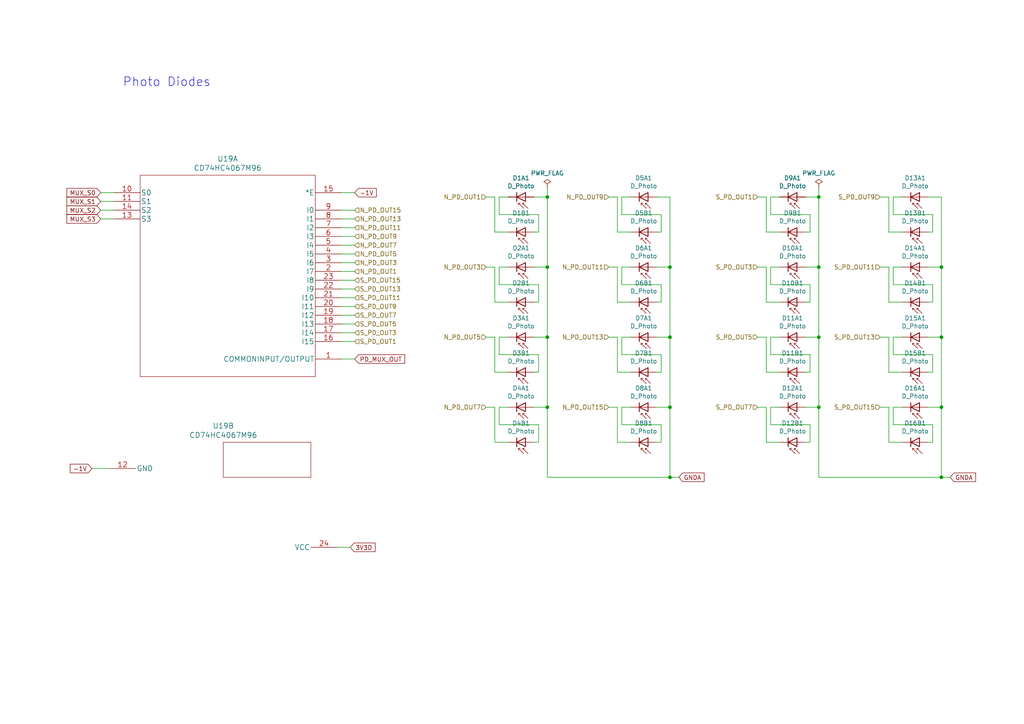
<source format=kicad_sch>
(kicad_sch (version 20211123) (generator eeschema)
  (paper "A4")
  (lib_symbols
    (symbol "Connector:Conn_01x10_Male" (pin_names (offset 1.016) hide)
      (property "Reference" "J" (at 0 12.7 0))
      (property "Value" "Conn_01x10_Male" (at 0 -15.24 0))
      (symbol "Conn_01x10_Male_1_1"
        (pin passive line (at 5.08 10.16 180) (length 3.81) (name "Pin_1") (number "1"))
        (pin passive line (at 5.08 -12.7 180) (length 3.81) (name "Pin_10") (number "10"))
        (pin passive line (at 5.08 7.62 180) (length 3.81) (name "Pin_2") (number "2"))
        (pin passive line (at 5.08 5.08 180) (length 3.81) (name "Pin_3") (number "3"))
        (pin passive line (at 5.08 2.54 180) (length 3.81) (name "Pin_4") (number "4"))
        (pin passive line (at 5.08 0 180) (length 3.81) (name "Pin_5") (number "5"))
        (pin passive line (at 5.08 -2.54 180) (length 3.81) (name "Pin_6") (number "6"))
        (pin passive line (at 5.08 -5.08 180) (length 3.81) (name "Pin_7") (number "7"))
        (pin passive line (at 5.08 -7.62 180) (length 3.81) (name "Pin_8") (number "8"))
        (pin passive line (at 5.08 -10.16 180) (length 3.81) (name "Pin_9") (number "9"))
      )
    )
    (symbol "Device:D_Photo" (pin_numbers hide) (pin_names hide)
      (property "Reference" "D" (at 0.508 1.778 0))
      (property "Value" "D_Photo" (at -1.016 -2.794 0))
      (symbol "D_Photo_1_1"
        (pin passive line (at -5.08 0 0) (length 2.54) (name "K") (number "1"))
        (pin passive line (at 2.54 0 180) (length 2.54) (name "A") (number "2"))
      )
    )
    (symbol "Ninja-qPCR:CD74HC4067M96" (pin_names (offset 0.254))
      (property "Reference" "U" (at 33.02 10.16 0))
      (property "Value" "Ninja-qPCR_CD74HC4067M96" (at 33.02 7.62 0))
      (symbol "CD74HC4067M96_1_1"
        (pin bidirectional line (at 0 -48.26 0) (length 7.62) (name "COMMONINPUT/OUTPUT") (number "1"))
        (pin output line (at 66.04 0 180) (length 7.62) (name "S0") (number "10"))
        (pin output line (at 66.04 -2.54 180) (length 7.62) (name "S1") (number "11"))
        (pin output line (at 66.04 -7.62 180) (length 7.62) (name "S3") (number "13"))
        (pin output line (at 66.04 -5.08 180) (length 7.62) (name "S2") (number "14"))
        (pin input line (at 0 0 0) (length 7.62) (name "*E") (number "15"))
        (pin input line (at 0 -43.18 0) (length 7.62) (name "I15") (number "16"))
        (pin input line (at 0 -40.64 0) (length 7.62) (name "I14") (number "17"))
        (pin input line (at 0 -38.1 0) (length 7.62) (name "I13") (number "18"))
        (pin input line (at 0 -35.56 0) (length 7.62) (name "I12") (number "19"))
        (pin input line (at 0 -22.86 0) (length 7.62) (name "I7") (number "2"))
        (pin input line (at 0 -33.02 0) (length 7.62) (name "I11") (number "20"))
        (pin input line (at 0 -30.48 0) (length 7.62) (name "I10") (number "21"))
        (pin input line (at 0 -27.94 0) (length 7.62) (name "I9") (number "22"))
        (pin input line (at 0 -25.4 0) (length 7.62) (name "I8") (number "23"))
        (pin input line (at 0 -20.32 0) (length 7.62) (name "I6") (number "3"))
        (pin input line (at 0 -17.78 0) (length 7.62) (name "I5") (number "4"))
        (pin input line (at 0 -15.24 0) (length 7.62) (name "I4") (number "5"))
        (pin input line (at 0 -12.7 0) (length 7.62) (name "I3") (number "6"))
        (pin input line (at 0 -10.16 0) (length 7.62) (name "I2") (number "7"))
        (pin input line (at 0 -7.62 0) (length 7.62) (name "I1") (number "8"))
        (pin input line (at 0 -5.08 0) (length 7.62) (name "I0") (number "9"))
      )
      (symbol "CD74HC4067M96_2_1"
        (pin power_in line (at 66.04 -2.54 180) (length 7.62) (name "GND") (number "12"))
        (pin power_in line (at 0 -25.4 0) (length 7.62) (name "VCC") (number "24"))
      )
    )
    (symbol "Ninja-qPCR:Conn_01x60_Male" (pin_names (offset 1.016) hide)
      (property "Reference" "J" (at 0 50.8 0))
      (property "Value" "Conn_01x60_Male" (at 1.27 -113.03 0))
      (symbol "Conn_01x60_Male_1_1"
        (pin passive line (at 5.08 48.26 180) (length 3.81) (name "Pin_1") (number "1"))
        (pin passive line (at 5.08 25.4 180) (length 3.81) (name "Pin_10") (number "10"))
        (pin passive line (at 5.08 22.86 180) (length 3.81) (name "Pin_11") (number "11"))
        (pin passive line (at 5.08 20.32 180) (length 3.81) (name "Pin_12") (number "12"))
        (pin passive line (at 5.08 17.78 180) (length 3.81) (name "Pin_13") (number "13"))
        (pin passive line (at 5.08 15.24 180) (length 3.81) (name "Pin_14") (number "14"))
        (pin passive line (at 5.08 12.7 180) (length 3.81) (name "Pin_15") (number "15"))
        (pin passive line (at 5.08 10.16 180) (length 3.81) (name "Pin_16") (number "16"))
        (pin passive line (at 5.08 7.62 180) (length 3.81) (name "Pin_17") (number "17"))
        (pin passive line (at 5.08 5.08 180) (length 3.81) (name "Pin_18") (number "18"))
        (pin passive line (at 5.08 2.54 180) (length 3.81) (name "Pin_19") (number "19"))
        (pin passive line (at 5.08 45.72 180) (length 3.81) (name "Pin_2") (number "2"))
        (pin passive line (at 5.08 0 180) (length 3.81) (name "Pin_20") (number "20"))
        (pin passive line (at 5.08 -2.54 180) (length 3.81) (name "Pin_21") (number "21"))
        (pin passive line (at 5.08 -5.08 180) (length 3.81) (name "Pin_22") (number "22"))
        (pin passive line (at 5.08 -7.62 180) (length 3.81) (name "Pin_23") (number "23"))
        (pin passive line (at 5.08 -10.16 180) (length 3.81) (name "Pin_24") (number "24"))
        (pin passive line (at 5.08 -12.7 180) (length 3.81) (name "Pin_25") (number "25"))
        (pin passive line (at 5.08 -15.24 180) (length 3.81) (name "Pin_26") (number "26"))
        (pin passive line (at 5.08 -17.78 180) (length 3.81) (name "Pin_27") (number "27"))
        (pin passive line (at 5.08 -20.32 180) (length 3.81) (name "Pin_28") (number "28"))
        (pin passive line (at 5.08 -22.86 180) (length 3.81) (name "Pin_29") (number "29"))
        (pin passive line (at 5.08 43.18 180) (length 3.81) (name "Pin_3") (number "3"))
        (pin passive line (at 5.08 -25.4 180) (length 3.81) (name "Pin_30") (number "30"))
        (pin passive line (at 5.08 -27.94 180) (length 3.81) (name "Pin_31") (number "31"))
        (pin passive line (at 5.08 -30.48 180) (length 3.81) (name "Pin_32") (number "32"))
        (pin passive line (at 5.08 -33.02 180) (length 3.81) (name "Pin_33") (number "33"))
        (pin passive line (at 5.08 -35.56 180) (length 3.81) (name "Pin_34") (number "34"))
        (pin passive line (at 5.08 -38.1 180) (length 3.81) (name "Pin_35") (number "35"))
        (pin passive line (at 5.08 -40.64 180) (length 3.81) (name "Pin_36") (number "36"))
        (pin passive line (at 5.08 -43.18 180) (length 3.81) (name "Pin_37") (number "37"))
        (pin passive line (at 5.08 -45.72 180) (length 3.81) (name "Pin_38") (number "38"))
        (pin passive line (at 5.08 -48.26 180) (length 3.81) (name "Pin_39") (number "39"))
        (pin passive line (at 5.08 40.64 180) (length 3.81) (name "Pin_4") (number "4"))
        (pin passive line (at 5.08 -50.8 180) (length 3.81) (name "Pin_40") (number "40"))
        (pin passive line (at 5.08 -53.34 180) (length 3.81) (name "Pin_41") (number "41"))
        (pin passive line (at 5.08 -55.88 180) (length 3.81) (name "Pin_42") (number "42"))
        (pin passive line (at 5.08 -58.42 180) (length 3.81) (name "Pin_43") (number "43"))
        (pin passive line (at 5.08 -60.96 180) (length 3.81) (name "Pin_44") (number "44"))
        (pin passive line (at 5.08 -63.5 180) (length 3.81) (name "Pin_45") (number "45"))
        (pin passive line (at 5.08 -66.04 180) (length 3.81) (name "Pin_46") (number "46"))
        (pin passive line (at 5.08 -68.58 180) (length 3.81) (name "Pin_47") (number "47"))
        (pin passive line (at 5.08 -71.12 180) (length 3.81) (name "Pin_48") (number "48"))
        (pin passive line (at 5.08 -73.66 180) (length 3.81) (name "Pin_49") (number "49"))
        (pin passive line (at 5.08 38.1 180) (length 3.81) (name "Pin_5") (number "5"))
        (pin passive line (at 5.08 -76.2 180) (length 3.81) (name "Pin_50") (number "50"))
        (pin passive line (at 5.08 -78.74 180) (length 3.81) (name "Pin_51") (number "51"))
        (pin passive line (at 5.08 -81.28 180) (length 3.81) (name "Pin_52") (number "52"))
        (pin passive line (at 5.08 -83.82 180) (length 3.81) (name "Pin_53") (number "53"))
        (pin passive line (at 5.08 -86.36 180) (length 3.81) (name "Pin_54") (number "54"))
        (pin passive line (at 5.08 -88.9 180) (length 3.81) (name "Pin_55") (number "55"))
        (pin passive line (at 5.08 -91.44 180) (length 3.81) (name "Pin_56") (number "56"))
        (pin passive line (at 5.08 -93.98 180) (length 3.81) (name "Pin_57") (number "57"))
        (pin passive line (at 5.08 -96.52 180) (length 3.81) (name "Pin_58") (number "58"))
        (pin passive line (at 5.08 -99.06 180) (length 3.81) (name "Pin_59") (number "59"))
        (pin passive line (at 5.08 35.56 180) (length 3.81) (name "Pin_6") (number "6"))
        (pin passive line (at 5.08 -101.6 180) (length 3.81) (name "Pin_60") (number "60"))
        (pin passive line (at 5.08 33.02 180) (length 3.81) (name "Pin_7") (number "7"))
        (pin passive line (at 5.08 30.48 180) (length 3.81) (name "Pin_8") (number "8"))
        (pin passive line (at 5.08 27.94 180) (length 3.81) (name "Pin_9") (number "9"))
        (pin passive line (at 5.08 -106.68 180) (length 3.81) (name "Pin_G1") (number "G1"))
        (pin passive line (at 5.08 -109.22 180) (length 3.81) (name "Pin_G2") (number "G2"))
      )
    )
    (symbol "power:PWR_FLAG" (power) (pin_numbers hide) (pin_names (offset 0) hide)
      (property "Value" "PWR_FLAG" (at 0 3.81 0))
      (symbol "PWR_FLAG_0_0"
        (pin power_out line (at 0 0 90) (length 0) (name "pwr") (number "1"))
      )
    )
  )
  (junction (at 237.49 57.15))
  (junction (at 237.49 118.11))
  (junction (at 158.75 77.47))
  (junction (at 237.49 97.79))
  (junction (at 194.31 138.43))
  (junction (at 273.05 138.43))
  (junction (at 237.49 77.47))
  (junction (at 194.31 118.11))
  (junction (at 194.31 77.47))
  (junction (at 273.05 97.79))
  (junction (at 273.05 118.11))
  (junction (at 158.75 97.79))
  (junction (at 158.75 57.15))
  (junction (at 194.31 97.79))
  (junction (at 158.75 118.11))
  (junction (at 273.05 77.47))
  (no_connect (at -40.894 152.146))
  (no_connect (at -86.106 162.052))
  (no_connect (at -86.106 164.592))
  (no_connect (at -40.894 147.066))
  (no_connect (at -40.894 195.326))
  (no_connect (at -40.894 182.626))
  (no_connect (at -40.894 157.226))
  (no_connect (at -40.894 172.466))
  (no_connect (at -40.894 177.546))
  (no_connect (at -40.894 162.306))
  (no_connect (at -40.894 192.786))
  (no_connect (at -40.894 167.386))
  (no_connect (at -40.894 93.726))
  (no_connect (at -40.894 98.806))
  (no_connect (at -40.894 103.886))
  (no_connect (at -40.894 108.966))
  (no_connect (at -40.894 114.046))
  (no_connect (at -40.894 119.126))
  (no_connect (at -40.894 124.206))
  (no_connect (at -40.894 129.286))
  (no_connect (at -40.894 139.446))
  (no_connect (at -40.894 136.906))
  (wire (pts (xy 33.02 55.88) (xy 29.21 55.88)))
  (wire (pts (xy 143.51 97.79) (xy 143.51 107.95)))
  (wire (pts (xy -81.026 179.832) (xy -86.106 179.832)))
  (wire (pts (xy 273.05 57.15) (xy 273.05 77.47)))
  (wire (pts (xy -40.894 187.706) (xy -37.084 187.706)))
  (wire (pts (xy 257.81 87.63) (xy 261.62 87.63)))
  (wire (pts (xy -40.894 86.106) (xy -35.814 86.106)))
  (wire (pts (xy 179.07 67.31) (xy 179.07 57.15)))
  (wire (pts (xy -37.084 169.926) (xy -40.894 169.926)))
  (wire (pts (xy -37.084 144.526) (xy -40.894 144.526)))
  (wire (pts (xy 257.81 107.95) (xy 261.62 107.95)))
  (wire (pts (xy 176.53 97.79) (xy 179.07 97.79)))
  (wire (pts (xy 26.67 135.89) (xy 31.75 135.89)))
  (wire (pts (xy -40.894 68.326) (xy -35.814 68.326)))
  (wire (pts (xy -37.084 106.426) (xy -40.894 106.426)))
  (wire (pts (xy -40.894 58.166) (xy -35.814 58.166)))
  (wire (pts (xy 179.07 118.11) (xy 179.07 128.27)))
  (wire (pts (xy 234.95 62.23) (xy 234.95 67.31)))
  (wire (pts (xy -40.894 55.626) (xy -35.814 55.626)))
  (wire (pts (xy 180.34 97.79) (xy 180.34 102.87)))
  (wire (pts (xy 234.95 107.95) (xy 233.68 107.95)))
  (wire (pts (xy -37.084 101.346) (xy -40.894 101.346)))
  (wire (pts (xy 257.81 128.27) (xy 261.62 128.27)))
  (wire (pts (xy 144.78 97.79) (xy 144.78 102.87)))
  (wire (pts (xy 182.88 118.11) (xy 180.34 118.11)))
  (wire (pts (xy 255.27 77.47) (xy 257.81 77.47)))
  (wire (pts (xy -81.026 131.572) (xy -86.106 131.572)))
  (wire (pts (xy 234.95 128.27) (xy 233.68 128.27)))
  (wire (pts (xy 154.94 97.79) (xy 158.75 97.79)))
  (wire (pts (xy 237.49 54.61) (xy 237.49 57.15)))
  (wire (pts (xy 143.51 57.15) (xy 143.51 67.31)))
  (wire (pts (xy 191.77 102.87) (xy 191.77 107.95)))
  (wire (pts (xy 261.62 57.15) (xy 259.08 57.15)))
  (wire (pts (xy 156.21 102.87) (xy 156.21 107.95)))
  (wire (pts (xy 223.52 123.19) (xy 234.95 123.19)))
  (wire (pts (xy -37.084 154.686) (xy -40.894 154.686)))
  (wire (pts (xy 194.31 97.79) (xy 194.31 118.11)))
  (wire (pts (xy 144.78 77.47) (xy 144.78 82.55)))
  (wire (pts (xy -81.026 121.412) (xy -86.106 121.412)))
  (wire (pts (xy 182.88 77.47) (xy 180.34 77.47)))
  (wire (pts (xy 102.87 104.14) (xy 99.06 104.14)))
  (wire (pts (xy 259.08 97.79) (xy 259.08 102.87)))
  (wire (pts (xy -81.026 118.872) (xy -86.106 118.872)))
  (wire (pts (xy -40.894 78.486) (xy -35.814 78.486)))
  (wire (pts (xy 143.51 77.47) (xy 143.51 87.63)))
  (wire (pts (xy 102.87 91.44) (xy 99.06 91.44)))
  (wire (pts (xy 259.08 102.87) (xy 270.51 102.87)))
  (wire (pts (xy 257.81 107.95) (xy 257.81 97.79)))
  (wire (pts (xy 222.25 118.11) (xy 222.25 128.27)))
  (wire (pts (xy 226.06 118.11) (xy 223.52 118.11)))
  (wire (pts (xy -40.894 37.846) (xy -35.814 37.846)))
  (wire (pts (xy -81.026 129.032) (xy -86.106 129.032)))
  (wire (pts (xy -40.894 88.646) (xy -35.814 88.646)))
  (wire (pts (xy 270.51 67.31) (xy 269.24 67.31)))
  (wire (pts (xy 102.87 66.04) (xy 99.06 66.04)))
  (wire (pts (xy 234.95 82.55) (xy 234.95 87.63)))
  (wire (pts (xy 144.78 57.15) (xy 144.78 62.23)))
  (wire (pts (xy -81.026 162.052) (xy -86.106 162.052)))
  (wire (pts (xy 194.31 118.11) (xy 194.31 138.43)))
  (wire (pts (xy -37.084 149.606) (xy -40.894 149.606)))
  (wire (pts (xy 180.34 57.15) (xy 180.34 62.23)))
  (wire (pts (xy -40.894 63.246) (xy -35.814 63.246)))
  (wire (pts (xy 143.51 67.31) (xy 147.32 67.31)))
  (wire (pts (xy 102.87 55.88) (xy 99.06 55.88)))
  (wire (pts (xy 194.31 138.43) (xy 158.75 138.43)))
  (wire (pts (xy 33.02 63.5) (xy 29.21 63.5)))
  (wire (pts (xy 176.53 57.15) (xy 179.07 57.15)))
  (wire (pts (xy 180.34 77.47) (xy 180.34 82.55)))
  (wire (pts (xy 233.68 77.47) (xy 237.49 77.47)))
  (wire (pts (xy 269.24 77.47) (xy 273.05 77.47)))
  (wire (pts (xy -81.026 184.912) (xy -86.106 184.912)))
  (wire (pts (xy 190.5 118.11) (xy 194.31 118.11)))
  (wire (pts (xy 144.78 62.23) (xy 156.21 62.23)))
  (wire (pts (xy 191.77 82.55) (xy 191.77 87.63)))
  (wire (pts (xy 156.21 123.19) (xy 156.21 128.27)))
  (wire (pts (xy 237.49 97.79) (xy 237.49 118.11)))
  (wire (pts (xy 102.87 78.74) (xy 99.06 78.74)))
  (wire (pts (xy 180.34 62.23) (xy 191.77 62.23)))
  (wire (pts (xy 191.77 67.31) (xy 190.5 67.31)))
  (wire (pts (xy 270.51 102.87) (xy 270.51 107.95)))
  (wire (pts (xy 261.62 97.79) (xy 259.08 97.79)))
  (wire (pts (xy 191.77 87.63) (xy 190.5 87.63)))
  (wire (pts (xy 255.27 57.15) (xy 257.81 57.15)))
  (wire (pts (xy 261.62 77.47) (xy 259.08 77.47)))
  (wire (pts (xy -37.084 131.826) (xy -40.894 131.826)))
  (wire (pts (xy 259.08 82.55) (xy 270.51 82.55)))
  (wire (pts (xy -40.894 65.786) (xy -35.814 65.786)))
  (wire (pts (xy 237.49 118.11) (xy 237.49 138.43)))
  (wire (pts (xy 158.75 97.79) (xy 158.75 118.11)))
  (wire (pts (xy -81.026 167.132) (xy -86.106 167.132)))
  (wire (pts (xy -81.026 172.212) (xy -86.106 172.212)))
  (wire (pts (xy 140.97 97.79) (xy 143.51 97.79)))
  (wire (pts (xy -37.084 159.766) (xy -40.894 159.766)))
  (wire (pts (xy 270.51 62.23) (xy 270.51 67.31)))
  (wire (pts (xy 259.08 77.47) (xy 259.08 82.55)))
  (wire (pts (xy 222.25 97.79) (xy 222.25 107.95)))
  (wire (pts (xy 194.31 77.47) (xy 194.31 97.79)))
  (wire (pts (xy -37.084 126.746) (xy -40.894 126.746)))
  (wire (pts (xy 223.52 57.15) (xy 223.52 62.23)))
  (wire (pts (xy 270.51 123.19) (xy 270.51 128.27)))
  (wire (pts (xy 102.87 93.98) (xy 99.06 93.98)))
  (wire (pts (xy 144.78 118.11) (xy 144.78 123.19)))
  (wire (pts (xy 222.25 67.31) (xy 226.06 67.31)))
  (wire (pts (xy -40.894 50.546) (xy -35.814 50.546)))
  (wire (pts (xy 196.85 138.43) (xy 194.31 138.43)))
  (wire (pts (xy 154.94 67.31) (xy 156.21 67.31)))
  (wire (pts (xy -40.894 83.566) (xy -35.814 83.566)))
  (wire (pts (xy -40.894 185.166) (xy -37.084 185.166)))
  (wire (pts (xy 156.21 107.95) (xy 154.94 107.95)))
  (wire (pts (xy 158.75 54.61) (xy 158.75 57.15)))
  (wire (pts (xy 269.24 97.79) (xy 273.05 97.79)))
  (wire (pts (xy 273.05 118.11) (xy 273.05 138.43)))
  (wire (pts (xy 147.32 118.11) (xy 144.78 118.11)))
  (wire (pts (xy -40.894 48.006) (xy -35.814 48.006)))
  (wire (pts (xy 273.05 97.79) (xy 273.05 118.11)))
  (wire (pts (xy 144.78 82.55) (xy 156.21 82.55)))
  (wire (pts (xy 147.32 57.15) (xy 144.78 57.15)))
  (wire (pts (xy 194.31 57.15) (xy 194.31 77.47)))
  (wire (pts (xy 140.97 118.11) (xy 143.51 118.11)))
  (wire (pts (xy 222.25 107.95) (xy 226.06 107.95)))
  (wire (pts (xy 179.07 107.95) (xy 182.88 107.95)))
  (wire (pts (xy -40.894 42.926) (xy -35.814 42.926)))
  (wire (pts (xy 102.87 99.06) (xy 99.06 99.06)))
  (wire (pts (xy 223.52 77.47) (xy 223.52 82.55)))
  (wire (pts (xy 140.97 77.47) (xy 143.51 77.47)))
  (wire (pts (xy 33.02 60.96) (xy 29.21 60.96)))
  (wire (pts (xy 233.68 118.11) (xy 237.49 118.11)))
  (wire (pts (xy 102.87 73.66) (xy 99.06 73.66)))
  (wire (pts (xy 223.52 102.87) (xy 234.95 102.87)))
  (wire (pts (xy -81.026 134.112) (xy -86.106 134.112)))
  (wire (pts (xy 102.87 81.28) (xy 99.06 81.28)))
  (wire (pts (xy 158.75 118.11) (xy 158.75 138.43)))
  (wire (pts (xy 270.51 82.55) (xy 270.51 87.63)))
  (wire (pts (xy 102.87 60.96) (xy 99.06 60.96)))
  (wire (pts (xy 234.95 102.87) (xy 234.95 107.95)))
  (wire (pts (xy 259.08 123.19) (xy 270.51 123.19)))
  (wire (pts (xy 156.21 62.23) (xy 156.21 67.31)))
  (wire (pts (xy 179.07 67.31) (xy 182.88 67.31)))
  (wire (pts (xy 234.95 87.63) (xy 233.68 87.63)))
  (wire (pts (xy -40.894 45.466) (xy -35.814 45.466)))
  (wire (pts (xy 140.97 57.15) (xy 143.51 57.15)))
  (wire (pts (xy 237.49 57.15) (xy 237.49 77.47)))
  (wire (pts (xy 144.78 123.19) (xy 156.21 123.19)))
  (wire (pts (xy 269.24 118.11) (xy 273.05 118.11)))
  (wire (pts (xy 102.87 83.82) (xy 99.06 83.82)))
  (wire (pts (xy 102.87 86.36) (xy 99.06 86.36)))
  (wire (pts (xy 182.88 57.15) (xy 180.34 57.15)))
  (wire (pts (xy 191.77 107.95) (xy 190.5 107.95)))
  (wire (pts (xy 190.5 97.79) (xy 194.31 97.79)))
  (wire (pts (xy 222.25 57.15) (xy 222.25 67.31)))
  (wire (pts (xy 273.05 77.47) (xy 273.05 97.79)))
  (wire (pts (xy 233.68 97.79) (xy 237.49 97.79)))
  (wire (pts (xy 257.81 128.27) (xy 257.81 118.11)))
  (wire (pts (xy 226.06 77.47) (xy 223.52 77.47)))
  (wire (pts (xy 223.52 82.55) (xy 234.95 82.55)))
  (wire (pts (xy 102.87 88.9) (xy 99.06 88.9)))
  (wire (pts (xy 257.81 67.31) (xy 261.62 67.31)))
  (wire (pts (xy -81.026 174.752) (xy -86.106 174.752)))
  (wire (pts (xy 143.51 87.63) (xy 147.32 87.63)))
  (wire (pts (xy 147.32 77.47) (xy 144.78 77.47)))
  (wire (pts (xy 226.06 57.15) (xy 223.52 57.15)))
  (wire (pts (xy -81.026 169.672) (xy -86.106 169.672)))
  (wire (pts (xy 179.07 87.63) (xy 179.07 77.47)))
  (wire (pts (xy 255.27 97.79) (xy 257.81 97.79)))
  (wire (pts (xy 270.51 128.27) (xy 269.24 128.27)))
  (wire (pts (xy 158.75 77.47) (xy 158.75 97.79)))
  (wire (pts (xy 143.51 128.27) (xy 147.32 128.27)))
  (wire (pts (xy 222.25 77.47) (xy 222.25 87.63)))
  (wire (pts (xy -40.894 91.186) (xy -37.084 91.186)))
  (wire (pts (xy 33.02 58.42) (xy 29.21 58.42)))
  (wire (pts (xy 259.08 57.15) (xy 259.08 62.23)))
  (wire (pts (xy 143.51 118.11) (xy 143.51 128.27)))
  (wire (pts (xy 259.08 62.23) (xy 270.51 62.23)))
  (wire (pts (xy 102.87 71.12) (xy 99.06 71.12)))
  (wire (pts (xy 156.21 87.63) (xy 154.94 87.63)))
  (wire (pts (xy 191.77 62.23) (xy 191.77 67.31)))
  (wire (pts (xy -40.894 40.386) (xy -35.814 40.386)))
  (wire (pts (xy 273.05 138.43) (xy 237.49 138.43)))
  (wire (pts (xy 147.32 97.79) (xy 144.78 97.79)))
  (wire (pts (xy -40.894 60.706) (xy -35.814 60.706)))
  (wire (pts (xy 176.53 77.47) (xy 179.07 77.47)))
  (wire (pts (xy 179.07 87.63) (xy 182.88 87.63)))
  (wire (pts (xy -81.026 182.372) (xy -86.106 182.372)))
  (wire (pts (xy 223.52 118.11) (xy 223.52 123.19)))
  (wire (pts (xy 154.94 118.11) (xy 158.75 118.11)))
  (wire (pts (xy 237.49 77.47) (xy 237.49 97.79)))
  (wire (pts (xy 257.81 87.63) (xy 257.81 77.47)))
  (wire (pts (xy 191.77 123.19) (xy 191.77 128.27)))
  (wire (pts (xy 226.06 97.79) (xy 223.52 97.79)))
  (wire (pts (xy 190.5 57.15) (xy 194.31 57.15)))
  (wire (pts (xy 180.34 118.11) (xy 180.34 123.19)))
  (wire (pts (xy -37.084 111.506) (xy -40.894 111.506)))
  (wire (pts (xy 158.75 57.15) (xy 158.75 77.47)))
  (wire (pts (xy 261.62 118.11) (xy 259.08 118.11)))
  (wire (pts (xy 154.94 57.15) (xy 158.75 57.15)))
  (wire (pts (xy 270.51 107.95) (xy 269.24 107.95)))
  (wire (pts (xy 275.59 138.43) (xy 273.05 138.43)))
  (wire (pts (xy -40.894 53.086) (xy -35.814 53.086)))
  (wire (pts (xy -81.026 164.592) (xy -86.106 164.592)))
  (wire (pts (xy -40.894 75.946) (xy -35.814 75.946)))
  (wire (pts (xy -81.026 177.292) (xy -86.106 177.292)))
  (wire (pts (xy 156.21 128.27) (xy 154.94 128.27)))
  (wire (pts (xy 102.87 63.5) (xy 99.06 63.5)))
  (wire (pts (xy 179.07 128.27) (xy 182.88 128.27)))
  (wire (pts (xy 102.87 76.2) (xy 99.06 76.2)))
  (wire (pts (xy -81.026 126.492) (xy -86.106 126.492)))
  (wire (pts (xy -37.084 96.266) (xy -40.894 96.266)))
  (wire (pts (xy 222.25 128.27) (xy 226.06 128.27)))
  (wire (pts (xy 259.08 118.11) (xy 259.08 123.19)))
  (wire (pts (xy -40.894 81.026) (xy -35.814 81.026)))
  (wire (pts (xy 154.94 77.47) (xy 158.75 77.47)))
  (wire (pts (xy -37.084 175.006) (xy -40.894 175.006)))
  (wire (pts (xy 102.87 68.58) (xy 99.06 68.58)))
  (wire (pts (xy -81.026 113.792) (xy -86.106 113.792)))
  (wire (pts (xy 102.87 96.52) (xy 99.06 96.52)))
  (wire (pts (xy -40.894 141.986) (xy -37.084 141.986)))
  (wire (pts (xy 223.52 97.79) (xy 223.52 102.87)))
  (wire (pts (xy 190.5 77.47) (xy 194.31 77.47)))
  (wire (pts (xy -37.084 121.666) (xy -40.894 121.666)))
  (wire (pts (xy 143.51 107.95) (xy 147.32 107.95)))
  (wire (pts (xy 219.71 118.11) (xy 222.25 118.11)))
  (wire (pts (xy -37.084 164.846) (xy -40.894 164.846)))
  (wire (pts (xy 219.71 97.79) (xy 222.25 97.79)))
  (wire (pts (xy -81.026 111.252) (xy -86.106 111.252)))
  (wire (pts (xy 234.95 123.19) (xy 234.95 128.27)))
  (wire (pts (xy 191.77 128.27) (xy 190.5 128.27)))
  (wire (pts (xy 233.68 57.15) (xy 237.49 57.15)))
  (wire (pts (xy -40.894 134.366) (xy -37.084 134.366)))
  (wire (pts (xy -81.026 116.332) (xy -86.106 116.332)))
  (wire (pts (xy 270.51 87.63) (xy 269.24 87.63)))
  (wire (pts (xy 182.88 97.79) (xy 180.34 97.79)))
  (wire (pts (xy 179.07 107.95) (xy 179.07 97.79)))
  (wire (pts (xy 219.71 77.47) (xy 222.25 77.47)))
  (wire (pts (xy 180.34 102.87) (xy 191.77 102.87)))
  (wire (pts (xy 222.25 87.63) (xy 226.06 87.63)))
  (wire (pts (xy 144.78 102.87) (xy 156.21 102.87)))
  (wire (pts (xy -81.026 123.952) (xy -86.106 123.952)))
  (wire (pts (xy 234.95 67.31) (xy 233.68 67.31)))
  (wire (pts (xy -37.084 180.086) (xy -40.894 180.086)))
  (wire (pts (xy -37.084 116.586) (xy -40.894 116.586)))
  (wire (pts (xy 257.81 67.31) (xy 257.81 57.15)))
  (wire (pts (xy 219.71 57.15) (xy 222.25 57.15)))
  (wire (pts (xy 156.21 82.55) (xy 156.21 87.63)))
  (wire (pts (xy 255.27 118.11) (xy 257.81 118.11)))
  (wire (pts (xy 269.24 57.15) (xy 273.05 57.15)))
  (wire (pts (xy -40.894 70.866) (xy -35.814 70.866)))
  (wire (pts (xy 223.52 62.23) (xy 234.95 62.23)))
  (wire (pts (xy 101.6 158.75) (xy 97.79 158.75)))
  (wire (pts (xy 180.34 123.19) (xy 191.77 123.19)))
  (wire (pts (xy 176.53 118.11) (xy 179.07 118.11)))
  (wire (pts (xy 180.34 82.55) (xy 191.77 82.55)))
  (wire (pts (xy -40.894 73.406) (xy -35.814 73.406)))
  (text "Photo Diodes" (at 35.56 25.4 0) (effects (font (size 2.54 2.54)) (justify left bottom)))
  (global_label "GNDA" (shape input) (at 196.85 138.43 0) (property "Intersheet References" "${INTERSHEET_REFS}" (effects hide)))
  (global_label "GNDL_TMP" (shape input) (at -86.106 134.112 180) (property "Intersheet References" "${INTERSHEET_REFS}" (effects hide)))
  (global_label "GNDA" (shape input) (at -37.084 141.986 0) (property "Intersheet References" "${INTERSHEET_REFS}" (effects hide)))
  (global_label "MUX_S0" (shape input) (at 29.21 55.88 180) (property "Intersheet References" "${INTERSHEET_REFS}" (effects hide)))
  (global_label "MUX_S3" (shape input) (at 29.21 63.5 180) (property "Intersheet References" "${INTERSHEET_REFS}" (effects hide)))
  (global_label "3V3D" (shape input) (at 101.6 158.75 0) (property "Intersheet References" "${INTERSHEET_REFS}" (effects hide)))
  (global_label "MUX_S2" (shape input) (at 29.21 60.96 180) (property "Intersheet References" "${INTERSHEET_REFS}" (effects hide)))
  (global_label "GNDA" (shape input) (at -37.084 187.706 0) (property "Intersheet References" "${INTERSHEET_REFS}" (effects hide)))
  (global_label "GNDL_TMP" (shape input) (at -35.814 40.386 0) (property "Intersheet References" "${INTERSHEET_REFS}" (effects hide)))
  (global_label "GNDA" (shape input) (at 275.59 138.43 0) (property "Intersheet References" "${INTERSHEET_REFS}" (effects hide)))
  (global_label "GNDA" (shape input) (at -37.084 134.366 0) (property "Intersheet References" "${INTERSHEET_REFS}" (effects hide)))
  (global_label "VCC_LED_TMP" (shape input) (at -35.814 45.466 0) (property "Intersheet References" "${INTERSHEET_REFS}" (effects hide)))
  (global_label "GNDA" (shape input) (at -37.084 185.166 0) (property "Intersheet References" "${INTERSHEET_REFS}" (effects hide)))
  (global_label "PD_MUX_OUT" (shape input) (at 102.87 104.14 0) (property "Intersheet References" "${INTERSHEET_REFS}" (effects hide)))
  (global_label "MUX_S1" (shape input) (at 29.21 58.42 180) (property "Intersheet References" "${INTERSHEET_REFS}" (effects hide)))
  (global_label "VCC_LED_TMP" (shape input) (at -35.814 42.926 0) (property "Intersheet References" "${INTERSHEET_REFS}" (effects hide)))
  (global_label "-1V" (shape input) (at 102.87 55.88 0) (property "Intersheet References" "${INTERSHEET_REFS}" (effects hide)))
  (global_label "VCC_LED_TMP" (shape input) (at -86.106 131.572 180) (property "Intersheet References" "${INTERSHEET_REFS}" (effects hide)))
  (global_label "GNDL_TMP" (shape input) (at -35.814 88.646 0) (property "Intersheet References" "${INTERSHEET_REFS}" (effects hide)))
  (global_label "GNDA" (shape input) (at -37.084 91.186 0) (property "Intersheet References" "${INTERSHEET_REFS}" (effects hide)))
  (global_label "-1V" (shape input) (at 26.67 135.89 180) (property "Intersheet References" "${INTERSHEET_REFS}" (effects hide)))
  (global_label "GNDL_TMP" (shape input) (at -35.814 37.846 0) (property "Intersheet References" "${INTERSHEET_REFS}" (effects hide)))
  (hierarchical_label "S_PD_OUT7" (shape input) (at -37.084 116.586 0))
  (hierarchical_label "S_PD_OUT5" (shape input) (at 102.87 93.98 0))
  (hierarchical_label "S_PD_OUT3" (shape input) (at 102.87 96.52 0))
  (hierarchical_label "N_PD_OUT1" (shape input) (at 102.87 78.74 0))
  (hierarchical_label "S_LED_OUT1" (shape input) (at -86.106 167.132 180))
  (hierarchical_label "N_PD_OUT3" (shape input) (at 102.87 76.2 0))
  (hierarchical_label "S_PD_OUT1" (shape input) (at -37.084 131.826 0))
  (hierarchical_label "S_PD_OUT9" (shape input) (at 255.27 57.15 180))
  (hierarchical_label "S_LED_OUT7" (shape input) (at -86.106 182.372 180))
  (hierarchical_label "N_PD_OUT5" (shape input) (at 102.87 73.66 0))
  (hierarchical_label "N_LED_OUT1" (shape input) (at -86.106 129.032 180))
  (hierarchical_label "S_LED_OUT8" (shape input) (at -86.106 184.912 180))
  (hierarchical_label "N_LED_OUT8" (shape input) (at -86.106 111.252 180))
  (hierarchical_label "N_PD_OUT15" (shape input) (at 102.87 60.96 0))
  (hierarchical_label "S_PD_OUT15" (shape input) (at -37.084 96.266 0))
  (hierarchical_label "S_PD_OUT9" (shape input) (at 102.87 88.9 0))
  (hierarchical_label "S_PD_OUT11" (shape input) (at 102.87 86.36 0))
  (hierarchical_label "N_PD_OUT5" (shape input) (at -37.084 154.686 0))
  (hierarchical_label "S_PD_OUT13" (shape input) (at 102.87 83.82 0))
  (hierarchical_label "S_LED_OUT5" (shape input) (at -35.814 55.626 0))
  (hierarchical_label "N_PD_OUT3" (shape input) (at 140.97 77.47 180))
  (hierarchical_label "N_PD_OUT11" (shape input) (at -37.084 169.926 0))
  (hierarchical_label "S_PD_OUT11" (shape input) (at 255.27 77.47 180))
  (hierarchical_label "N_PD_OUT13" (shape input) (at 102.87 63.5 0))
  (hierarchical_label "S_PD_OUT7" (shape input) (at 102.87 91.44 0))
  (hierarchical_label "N_LED_OUT6" (shape input) (at -35.814 73.406 0))
  (hierarchical_label "S_LED_OUT7" (shape input) (at -35.814 50.546 0))
  (hierarchical_label "S_PD_OUT3" (shape input) (at -37.084 126.746 0))
  (hierarchical_label "S_LED_OUT2" (shape input) (at -35.814 63.246 0))
  (hierarchical_label "N_PD_OUT9" (shape input) (at -37.084 164.846 0))
  (hierarchical_label "S_PD_OUT1" (shape input) (at 102.87 99.06 0))
  (hierarchical_label "N_PD_OUT3" (shape input) (at -37.084 149.606 0))
  (hierarchical_label "S_PD_OUT15" (shape input) (at 102.87 81.28 0))
  (hierarchical_label "S_PD_OUT13" (shape input) (at 255.27 97.79 180))
  (hierarchical_label "S_PD_OUT15" (shape input) (at 255.27 118.11 180))
  (hierarchical_label "S_PD_OUT11" (shape input) (at -37.084 106.426 0))
  (hierarchical_label "N_LED_OUT6" (shape input) (at -86.106 116.332 180))
  (hierarchical_label "N_LED_OUT7" (shape input) (at -35.814 70.866 0))
  (hierarchical_label "N_PD_OUT9" (shape input) (at 102.87 68.58 0))
  (hierarchical_label "N_PD_OUT7" (shape input) (at 140.97 118.11 180))
  (hierarchical_label "S_LED_OUT4" (shape input) (at -86.106 174.752 180))
  (hierarchical_label "S_PD_OUT3" (shape input) (at 219.71 77.47 180))
  (hierarchical_label "N_LED_OUT8" (shape input) (at -35.814 68.326 0))
  (hierarchical_label "S_LED_OUT6" (shape input) (at -35.814 53.086 0))
  (hierarchical_label "N_LED_OUT5" (shape input) (at -35.814 75.946 0))
  (hierarchical_label "N_LED_OUT2" (shape input) (at -86.106 126.492 180))
  (hierarchical_label "N_LED_OUT2" (shape input) (at -35.814 83.566 0))
  (hierarchical_label "N_LED_OUT4" (shape input) (at -35.814 78.486 0))
  (hierarchical_label "S_LED_OUT8" (shape input) (at -35.814 48.006 0))
  (hierarchical_label "N_PD_OUT7" (shape input) (at -37.084 159.766 0))
  (hierarchical_label "S_PD_OUT7" (shape input) (at 219.71 118.11 180))
  (hierarchical_label "S_PD_OUT9" (shape input) (at -37.084 111.506 0))
  (hierarchical_label "S_LED_OUT5" (shape input) (at -86.106 177.292 180))
  (hierarchical_label "N_PD_OUT13" (shape input) (at -37.084 175.006 0))
  (hierarchical_label "N_PD_OUT15" (shape input) (at -37.084 180.086 0))
  (hierarchical_label "S_LED_OUT4" (shape input) (at -35.814 58.166 0))
  (hierarchical_label "S_LED_OUT2" (shape input) (at -86.106 169.672 180))
  (hierarchical_label "N_LED_OUT4" (shape input) (at -86.106 121.412 180))
  (hierarchical_label "N_PD_OUT9" (shape input) (at 176.53 57.15 180))
  (hierarchical_label "N_PD_OUT13" (shape input) (at 176.53 97.79 180))
  (hierarchical_label "S_LED_OUT3" (shape input) (at -35.814 60.706 0))
  (hierarchical_label "N_PD_OUT5" (shape input) (at 140.97 97.79 180))
  (hierarchical_label "N_PD_OUT11" (shape input) (at 176.53 77.47 180))
  (hierarchical_label "N_PD_OUT1" (shape input) (at -37.084 144.526 0))
  (hierarchical_label "N_LED_OUT3" (shape input) (at -86.106 123.952 180))
  (hierarchical_label "N_PD_OUT7" (shape input) (at 102.87 71.12 0))
  (hierarchical_label "N_LED_OUT5" (shape input) (at -86.106 118.872 180))
  (hierarchical_label "S_LED_OUT3" (shape input) (at -86.106 172.212 180))
  (hierarchical_label "S_PD_OUT1" (shape input) (at 219.71 57.15 180))
  (hierarchical_label "S_PD_OUT5" (shape input) (at -37.084 121.666 0))
  (hierarchical_label "N_PD_OUT1" (shape input) (at 140.97 57.15 180))
  (hierarchical_label "S_PD_OUT5" (shape input) (at 219.71 97.79 180))
  (hierarchical_label "N_LED_OUT3" (shape input) (at -35.814 81.026 0))
  (hierarchical_label "N_LED_OUT1" (shape input) (at -35.814 86.106 0))
  (hierarchical_label "N_LED_OUT7" (shape input) (at -86.106 113.792 180))
  (hierarchical_label "N_PD_OUT11" (shape input) (at 102.87 66.04 0))
  (hierarchical_label "S_LED_OUT1" (shape input) (at -35.814 65.786 0))
  (hierarchical_label "S_PD_OUT13" (shape input) (at -37.084 101.346 0))
  (hierarchical_label "S_LED_OUT6" (shape input) (at -86.106 179.832 180))
  (hierarchical_label "N_PD_OUT15" (shape input) (at 176.53 118.11 180))
  (symbol (lib_id "Ninja-qPCR:CD74HC4067M96") (at 97.79 133.35 0) (mirror y) (unit 2)
    (property "Reference" "U19" (at 64.77 123.5202 0) (effects (font (size 1.524 1.524))))
    (property "Value" "CD74HC4067M96" (at 64.77 126.2126 0) (effects (font (size 1.524 1.524))))
    (property "Footprint" "Package_SO:SSOP-24_5.3x8.2mm_P0.65mm" (effects hide))
  )
  (symbol (lib_id "Ninja-qPCR:CD74HC4067M96") (at 99.06 55.88 0) (mirror y) (unit 1)
    (property "Reference" "U19" (at 66.04 46.0502 0) (effects (font (size 1.524 1.524))))
    (property "Value" "CD74HC4067M96" (at 66.04 48.7426 0) (effects (font (size 1.524 1.524))))
    (property "Footprint" "Package_SO:SSOP-24_5.3x8.2mm_P0.65mm" (effects hide))
  )
  (symbol (lib_id "Device:D_Photo") (at 266.7 67.31 0) (mirror x) (unit 1)
    (property "Reference" "D13B1" (at 265.43 61.7982 0))
    (property "Value" "D_Photo" (at 265.43 64.1096 0))
    (property "Footprint" "Diodes_SMD:D_1206" (effects hide))
  )
  (symbol (lib_id "Device:D_Photo") (at 187.96 57.15 0) (mirror x) (unit 1)
    (property "Reference" "D5A1" (at 186.69 51.6382 0))
    (property "Value" "D_Photo" (at 186.69 53.9496 0))
    (property "Footprint" "Diodes_SMD:D_1206" (effects hide))
  )
  (symbol (lib_id "Device:D_Photo") (at 152.4 128.27 0) (mirror x) (unit 1)
    (property "Reference" "D4B1" (at 151.13 122.7582 0))
    (property "Value" "D_Photo" (at 151.13 125.0696 0))
    (property "Footprint" "Diodes_SMD:D_1206" (effects hide))
  )
  (symbol (lib_id "Device:D_Photo") (at 152.4 107.95 0) (mirror x) (unit 1)
    (property "Reference" "D3B1" (at 151.13 102.4382 0))
    (property "Value" "D_Photo" (at 151.13 104.7496 0))
    (property "Footprint" "Diodes_SMD:D_1206" (effects hide))
  )
  (symbol (lib_id "Device:D_Photo") (at 231.14 57.15 0) (mirror x) (unit 1)
    (property "Reference" "D9A1" (at 229.87 51.6382 0))
    (property "Value" "D_Photo" (at 229.87 53.9496 0))
    (property "Footprint" "Diodes_SMD:D_1206" (effects hide))
  )
  (symbol (lib_id "Device:D_Photo") (at 231.14 128.27 0) (mirror x) (unit 1)
    (property "Reference" "D12B1" (at 229.87 122.7582 0))
    (property "Value" "D_Photo" (at 229.87 125.0696 0))
    (property "Footprint" "Diodes_SMD:D_1206" (effects hide))
  )
  (symbol (lib_id "Connector:Conn_01x10_Male") (at -75.946 121.412 0) (mirror y) (unit 1)
    (property "Reference" "JLN2" (at -72.136 121.412 0))
    (property "Value" "Conn_01x10_Male" (at -67.056 124.1871 0))
    (property "Footprint" "Connector_PinHeader_2.54mm:PinHeader_1x10_P2.54mm_Vertical" (effects hide))
  )
  (symbol (lib_id "Device:D_Photo") (at 266.7 128.27 0) (mirror x) (unit 1)
    (property "Reference" "D16B1" (at 265.43 122.7582 0))
    (property "Value" "D_Photo" (at 265.43 125.0696 0))
    (property "Footprint" "Diodes_SMD:D_1206" (effects hide))
  )
  (symbol (lib_id "Device:D_Photo") (at 152.4 97.79 0) (mirror x) (unit 1)
    (property "Reference" "D3A1" (at 151.13 92.2782 0))
    (property "Value" "D_Photo" (at 151.13 94.5896 0))
    (property "Footprint" "Diodes_SMD:D_1206" (effects hide))
  )
  (symbol (lib_id "Device:D_Photo") (at 266.7 97.79 0) (mirror x) (unit 1)
    (property "Reference" "D15A1" (at 265.43 92.2782 0))
    (property "Value" "D_Photo" (at 265.43 94.5896 0))
    (property "Footprint" "Diodes_SMD:D_1206" (effects hide))
  )
  (symbol (lib_id "Device:D_Photo") (at 152.4 57.15 0) (mirror x) (unit 1)
    (property "Reference" "D1A1" (at 151.13 51.6382 0))
    (property "Value" "D_Photo" (at 151.13 53.9496 0))
    (property "Footprint" "Diodes_SMD:D_1206" (effects hide))
  )
  (symbol (lib_id "Device:D_Photo") (at 231.14 118.11 0) (mirror x) (unit 1)
    (property "Reference" "D12A1" (at 229.87 112.5982 0))
    (property "Value" "D_Photo" (at 229.87 114.9096 0))
    (property "Footprint" "Diodes_SMD:D_1206" (effects hide))
  )
  (symbol (lib_id "Device:D_Photo") (at 266.7 57.15 0) (mirror x) (unit 1)
    (property "Reference" "D13A1" (at 265.43 51.6382 0))
    (property "Value" "D_Photo" (at 265.43 53.9496 0))
    (property "Footprint" "Diodes_SMD:D_1206" (effects hide))
  )
  (symbol (lib_id "power:PWR_FLAG") (at 158.75 54.61 0) (mirror y) (unit 1)
    (property "Reference" "#FLG0102" (effects hide))
    (property "Value" "PWR_FLAG" (at 158.75 50.2158 0))
  )
  (symbol (lib_id "Device:D_Photo") (at 231.14 97.79 0) (mirror x) (unit 1)
    (property "Reference" "D11A1" (at 229.87 92.2782 0))
    (property "Value" "D_Photo" (at 229.87 94.5896 0))
    (property "Footprint" "Diodes_SMD:D_1206" (effects hide))
  )
  (symbol (lib_id "Device:D_Photo") (at 152.4 87.63 0) (mirror x) (unit 1)
    (property "Reference" "D2B1" (at 151.13 82.1182 0))
    (property "Value" "D_Photo" (at 151.13 84.4296 0))
    (property "Footprint" "Diodes_SMD:D_1206" (effects hide))
  )
  (symbol (lib_id "Device:D_Photo") (at 187.96 87.63 0) (mirror x) (unit 1)
    (property "Reference" "D6B1" (at 186.69 82.1182 0))
    (property "Value" "D_Photo" (at 186.69 84.4296 0))
    (property "Footprint" "Diodes_SMD:D_1206" (effects hide))
  )
  (symbol (lib_id "Device:D_Photo") (at 187.96 67.31 0) (mirror x) (unit 1)
    (property "Reference" "D5B1" (at 186.69 61.7982 0))
    (property "Value" "D_Photo" (at 186.69 64.1096 0))
    (property "Footprint" "Diodes_SMD:D_1206" (effects hide))
  )
  (symbol (lib_id "Device:D_Photo") (at 231.14 77.47 0) (mirror x) (unit 1)
    (property "Reference" "D10A1" (at 229.87 71.9582 0))
    (property "Value" "D_Photo" (at 229.87 74.2696 0))
    (property "Footprint" "Diodes_SMD:D_1206" (effects hide))
  )
  (symbol (lib_id "Device:D_Photo") (at 152.4 118.11 0) (mirror x) (unit 1)
    (property "Reference" "D4A1" (at 151.13 112.5982 0))
    (property "Value" "D_Photo" (at 151.13 114.9096 0))
    (property "Footprint" "Diodes_SMD:D_1206" (effects hide))
  )
  (symbol (lib_id "Device:D_Photo") (at 152.4 67.31 0) (mirror x) (unit 1)
    (property "Reference" "D1B1" (at 151.13 61.7982 0))
    (property "Value" "D_Photo" (at 151.13 64.1096 0))
    (property "Footprint" "Diodes_SMD:D_1206" (effects hide))
  )
  (symbol (lib_id "Device:D_Photo") (at 266.7 87.63 0) (mirror x) (unit 1)
    (property "Reference" "D14B1" (at 265.43 82.1182 0))
    (property "Value" "D_Photo" (at 265.43 84.4296 0))
    (property "Footprint" "Diodes_SMD:D_1206" (effects hide))
  )
  (symbol (lib_id "power:PWR_FLAG") (at 237.49 54.61 0) (mirror y) (unit 1)
    (property "Reference" "#FLG0101" (effects hide))
    (property "Value" "PWR_FLAG" (at 237.49 50.2158 0))
  )
  (symbol (lib_id "Device:D_Photo") (at 266.7 77.47 0) (mirror x) (unit 1)
    (property "Reference" "D14A1" (at 265.43 71.9582 0))
    (property "Value" "D_Photo" (at 265.43 74.2696 0))
    (property "Footprint" "Diodes_SMD:D_1206" (effects hide))
  )
  (symbol (lib_id "Device:D_Photo") (at 187.96 128.27 0) (mirror x) (unit 1)
    (property "Reference" "D8B1" (at 186.69 122.7582 0))
    (property "Value" "D_Photo" (at 186.69 125.0696 0))
    (property "Footprint" "Diodes_SMD:D_1206" (effects hide))
  )
  (symbol (lib_id "Device:D_Photo") (at 187.96 107.95 0) (mirror x) (unit 1)
    (property "Reference" "D7B1" (at 186.69 102.4382 0))
    (property "Value" "D_Photo" (at 186.69 104.7496 0))
    (property "Footprint" "Diodes_SMD:D_1206" (effects hide))
  )
  (symbol (lib_id "Device:D_Photo") (at 231.14 87.63 0) (mirror x) (unit 1)
    (property "Reference" "D10B1" (at 229.87 82.1182 0))
    (property "Value" "D_Photo" (at 229.87 84.4296 0))
    (property "Footprint" "Diodes_SMD:D_1206" (effects hide))
  )
  (symbol (lib_id "Device:D_Photo") (at 266.7 107.95 0) (mirror x) (unit 1)
    (property "Reference" "D15B1" (at 265.43 102.4382 0))
    (property "Value" "D_Photo" (at 265.43 104.7496 0))
    (property "Footprint" "Diodes_SMD:D_1206" (effects hide))
  )
  (symbol (lib_id "Device:D_Photo") (at 231.14 107.95 0) (mirror x) (unit 1)
    (property "Reference" "D11B1" (at 229.87 102.4382 0))
    (property "Value" "D_Photo" (at 229.87 104.7496 0))
    (property "Footprint" "Diodes_SMD:D_1206" (effects hide))
  )
  (symbol (lib_id "Ninja-qPCR:Conn_01x60_Male") (at -45.974 86.106 0) (unit 1)
    (property "Reference" "J6" (at -45.339 34.07 0))
    (property "Value" "Conn_01x60_Male" (at -45.339 36.6069 0))
    (property "Footprint" "Ninja-qPCR:FFC_60_Ali_HUISHUNFA" (effects hide))
  )
  (symbol (lib_id "Device:D_Photo") (at 152.4 77.47 0) (mirror x) (unit 1)
    (property "Reference" "D2A1" (at 151.13 71.9582 0))
    (property "Value" "D_Photo" (at 151.13 74.2696 0))
    (property "Footprint" "Diodes_SMD:D_1206" (effects hide))
  )
  (symbol (lib_id "Device:D_Photo") (at 187.96 77.47 0) (mirror x) (unit 1)
    (property "Reference" "D6A1" (at 186.69 71.9582 0))
    (property "Value" "D_Photo" (at 186.69 74.2696 0))
    (property "Footprint" "Diodes_SMD:D_1206" (effects hide))
  )
  (symbol (lib_id "Device:D_Photo") (at 187.96 97.79 0) (mirror x) (unit 1)
    (property "Reference" "D7A1" (at 186.69 92.2782 0))
    (property "Value" "D_Photo" (at 186.69 94.5896 0))
    (property "Footprint" "Diodes_SMD:D_1206" (effects hide))
  )
  (symbol (lib_id "Connector:Conn_01x10_Male") (at -75.946 172.212 0) (mirror y) (unit 1)
    (property "Reference" "JLS2" (at -75.2348 172.5735 0) (effects (justify right)))
    (property "Value" "Conn_01x10_Male" (at -75.2348 175.3486 0) (effects (justify right)))
    (property "Footprint" "Connector_PinHeader_2.54mm:PinHeader_1x10_P2.54mm_Vertical" (effects hide))
  )
  (symbol (lib_id "Device:D_Photo") (at 266.7 118.11 0) (mirror x) (unit 1)
    (property "Reference" "D16A1" (at 265.43 112.5982 0))
    (property "Value" "D_Photo" (at 265.43 114.9096 0))
    (property "Footprint" "Diodes_SMD:D_1206" (effects hide))
  )
  (symbol (lib_id "Device:D_Photo") (at 231.14 67.31 0) (mirror x) (unit 1)
    (property "Reference" "D9B1" (at 229.87 61.7982 0))
    (property "Value" "D_Photo" (at 229.87 64.1096 0))
    (property "Footprint" "Diodes_SMD:D_1206" (effects hide))
  )
  (symbol (lib_id "Device:D_Photo") (at 187.96 118.11 0) (mirror x) (unit 1)
    (property "Reference" "D8A1" (at 186.69 112.5982 0))
    (property "Value" "D_Photo" (at 186.69 114.9096 0))
    (property "Footprint" "Diodes_SMD:D_1206" (effects hide))
  )
)
</source>
